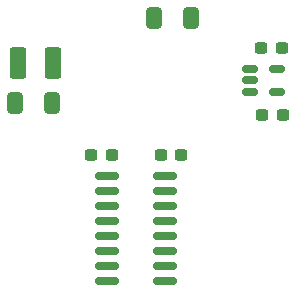
<source format=gbr>
%TF.GenerationSoftware,KiCad,Pcbnew,(6.0.4-0)*%
%TF.CreationDate,2022-07-13T07:01:54-06:00*%
%TF.ProjectId,level_translator,6c657665-6c5f-4747-9261-6e736c61746f,rev?*%
%TF.SameCoordinates,Original*%
%TF.FileFunction,Paste,Top*%
%TF.FilePolarity,Positive*%
%FSLAX46Y46*%
G04 Gerber Fmt 4.6, Leading zero omitted, Abs format (unit mm)*
G04 Created by KiCad (PCBNEW (6.0.4-0)) date 2022-07-13 07:01:54*
%MOMM*%
%LPD*%
G01*
G04 APERTURE LIST*
G04 Aperture macros list*
%AMRoundRect*
0 Rectangle with rounded corners*
0 $1 Rounding radius*
0 $2 $3 $4 $5 $6 $7 $8 $9 X,Y pos of 4 corners*
0 Add a 4 corners polygon primitive as box body*
4,1,4,$2,$3,$4,$5,$6,$7,$8,$9,$2,$3,0*
0 Add four circle primitives for the rounded corners*
1,1,$1+$1,$2,$3*
1,1,$1+$1,$4,$5*
1,1,$1+$1,$6,$7*
1,1,$1+$1,$8,$9*
0 Add four rect primitives between the rounded corners*
20,1,$1+$1,$2,$3,$4,$5,0*
20,1,$1+$1,$4,$5,$6,$7,0*
20,1,$1+$1,$6,$7,$8,$9,0*
20,1,$1+$1,$8,$9,$2,$3,0*%
G04 Aperture macros list end*
%ADD10RoundRect,0.250001X-0.462499X-1.074999X0.462499X-1.074999X0.462499X1.074999X-0.462499X1.074999X0*%
%ADD11RoundRect,0.237500X-0.300000X-0.237500X0.300000X-0.237500X0.300000X0.237500X-0.300000X0.237500X0*%
%ADD12RoundRect,0.250000X0.412500X0.650000X-0.412500X0.650000X-0.412500X-0.650000X0.412500X-0.650000X0*%
%ADD13RoundRect,0.237500X0.300000X0.237500X-0.300000X0.237500X-0.300000X-0.237500X0.300000X-0.237500X0*%
%ADD14RoundRect,0.150000X-0.825000X-0.150000X0.825000X-0.150000X0.825000X0.150000X-0.825000X0.150000X0*%
%ADD15RoundRect,0.150000X-0.512500X-0.150000X0.512500X-0.150000X0.512500X0.150000X-0.512500X0.150000X0*%
G04 APERTURE END LIST*
D10*
%TO.C,L1*%
X154612500Y-76500000D03*
X157587500Y-76500000D03*
%TD*%
D11*
%TO.C,C6*%
X175337500Y-80900000D03*
X177062500Y-80900000D03*
%TD*%
%TO.C,C5*%
X175237500Y-75300000D03*
X176962500Y-75300000D03*
%TD*%
D12*
%TO.C,C4*%
X169262500Y-72700000D03*
X166137500Y-72700000D03*
%TD*%
%TO.C,C3*%
X157500000Y-79900000D03*
X154375000Y-79900000D03*
%TD*%
D11*
%TO.C,C2*%
X166737500Y-84300000D03*
X168462500Y-84300000D03*
%TD*%
D13*
%TO.C,C1*%
X162562500Y-84300000D03*
X160837500Y-84300000D03*
%TD*%
D14*
%TO.C,U1*%
X162135000Y-86055000D03*
X162135000Y-87325000D03*
X162135000Y-88595000D03*
X162135000Y-89865000D03*
X162135000Y-91135000D03*
X162135000Y-92405000D03*
X162135000Y-93675000D03*
X162135000Y-94945000D03*
X167085000Y-94945000D03*
X167085000Y-93675000D03*
X167085000Y-92405000D03*
X167085000Y-91135000D03*
X167085000Y-89865000D03*
X167085000Y-88595000D03*
X167085000Y-87325000D03*
X167085000Y-86055000D03*
%TD*%
D15*
%TO.C,U2*%
X174262500Y-77050000D03*
X174262500Y-78000000D03*
X174262500Y-78950000D03*
X176537500Y-78950000D03*
X176537500Y-77050000D03*
%TD*%
M02*

</source>
